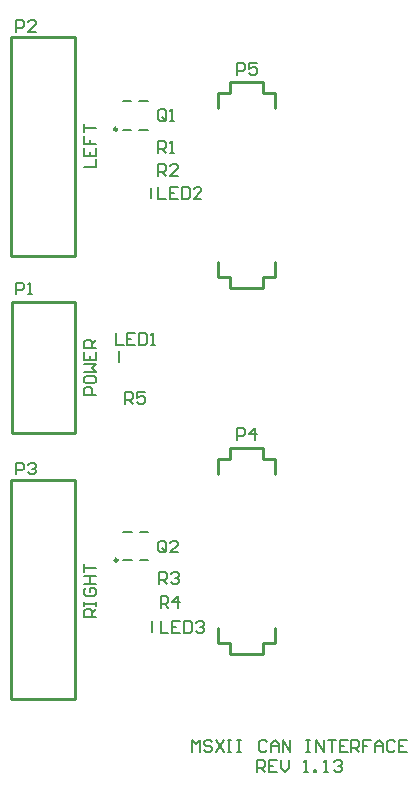
<source format=gto>
G04 Layer_Color=65535*
%FSLAX25Y25*%
%MOIN*%
G70*
G01*
G75*
%ADD18C,0.01000*%
%ADD24C,0.00984*%
%ADD25C,0.00591*%
%ADD26C,0.00787*%
D18*
X75197Y112992D02*
X86220D01*
Y109449D02*
X90157D01*
X75197D02*
Y112992D01*
X71260Y109449D02*
X75197D01*
X86220D02*
Y112992D01*
X75197Y44488D02*
Y48032D01*
X86220D02*
X90157D01*
X86220Y44488D02*
Y48032D01*
X71260D02*
X75197D01*
Y44488D02*
X86220D01*
X71260Y104331D02*
Y109449D01*
X90157Y104331D02*
Y109449D01*
X71260Y48032D02*
Y53150D01*
X90157Y48032D02*
Y53150D01*
X75197Y235039D02*
X86220D01*
Y231496D02*
X90157D01*
X75197D02*
Y235039D01*
X71260Y231496D02*
X75197D01*
X86220D02*
Y235039D01*
X75197Y166535D02*
Y170079D01*
X86220D02*
X90157D01*
X86220Y166535D02*
Y170079D01*
X71260D02*
X75197D01*
Y166535D02*
X86220D01*
X71260Y226378D02*
Y231496D01*
X90157Y226378D02*
Y231496D01*
X71260Y170079D02*
Y175197D01*
X90157Y170079D02*
Y175197D01*
X2264Y80216D02*
Y102362D01*
Y29528D02*
Y51772D01*
X23346Y29528D02*
Y102362D01*
X2264Y51772D02*
Y80216D01*
Y29528D02*
X23346D01*
X2264Y102362D02*
X23346D01*
X2264Y250000D02*
X23346D01*
X2264Y177165D02*
X23346D01*
X2264Y199409D02*
Y227854D01*
X23346Y177165D02*
Y250000D01*
X2264Y177165D02*
Y199409D01*
Y227854D02*
Y250000D01*
X2480Y118131D02*
Y150591D01*
X23346Y118131D02*
Y161732D01*
X2480Y118131D02*
X23346D01*
X2480Y161732D02*
X23346D01*
X2480Y146653D02*
Y161732D01*
D24*
X37634Y75772D02*
G03*
X37634Y75772I-492J0D01*
G01*
X37476Y219374D02*
G03*
X37476Y219374I-492J0D01*
G01*
D25*
X49173Y51849D02*
Y55433D01*
X38255Y141772D02*
Y145356D01*
X48779Y196337D02*
Y199921D01*
D26*
X39567Y75689D02*
X42323D01*
X45079D02*
X47835D01*
X45079Y85138D02*
X47835D01*
X39567D02*
X42323D01*
X39409Y219291D02*
X42165D01*
X44921D02*
X47677D01*
X44921Y228740D02*
X47677D01*
X39409D02*
X42165D01*
X62479Y11772D02*
Y15707D01*
X63791Y14395D01*
X65102Y15707D01*
Y11772D01*
X69038Y15051D02*
X68382Y15707D01*
X67070D01*
X66414Y15051D01*
Y14395D01*
X67070Y13739D01*
X68382D01*
X69038Y13083D01*
Y12427D01*
X68382Y11772D01*
X67070D01*
X66414Y12427D01*
X70350Y15707D02*
X72974Y11772D01*
Y15707D02*
X70350Y11772D01*
X74286Y15707D02*
X75598D01*
X74942D01*
Y11772D01*
X74286D01*
X75598D01*
X77566Y15707D02*
X78878D01*
X78222D01*
Y11772D01*
X77566D01*
X78878D01*
X87405Y15051D02*
X86749Y15707D01*
X85437D01*
X84781Y15051D01*
Y12427D01*
X85437Y11772D01*
X86749D01*
X87405Y12427D01*
X88717Y11772D02*
Y14395D01*
X90029Y15707D01*
X91341Y14395D01*
Y11772D01*
Y13739D01*
X88717D01*
X92653Y11772D02*
Y15707D01*
X95276Y11772D01*
Y15707D01*
X100524D02*
X101836D01*
X101180D01*
Y11772D01*
X100524D01*
X101836D01*
X103804D02*
Y15707D01*
X106428Y11772D01*
Y15707D01*
X107740D02*
X110363D01*
X109052D01*
Y11772D01*
X114299Y15707D02*
X111676D01*
Y11772D01*
X114299D01*
X111676Y13739D02*
X112987D01*
X115611Y11772D02*
Y15707D01*
X117579D01*
X118235Y15051D01*
Y13739D01*
X117579Y13083D01*
X115611D01*
X116923D02*
X118235Y11772D01*
X122171Y15707D02*
X119547D01*
Y13739D01*
X120859D01*
X119547D01*
Y11772D01*
X123483D02*
Y14395D01*
X124795Y15707D01*
X126107Y14395D01*
Y11772D01*
Y13739D01*
X123483D01*
X130042Y15051D02*
X129386Y15707D01*
X128074D01*
X127418Y15051D01*
Y12427D01*
X128074Y11772D01*
X129386D01*
X130042Y12427D01*
X133978Y15707D02*
X131354D01*
Y11772D01*
X133978D01*
X131354Y13739D02*
X132666D01*
X84125Y5159D02*
Y9095D01*
X86093D01*
X86749Y8439D01*
Y7127D01*
X86093Y6471D01*
X84125D01*
X85437D02*
X86749Y5159D01*
X90685Y9095D02*
X88061D01*
Y5159D01*
X90685D01*
X88061Y7127D02*
X89373D01*
X91997Y9095D02*
Y6471D01*
X93309Y5159D01*
X94621Y6471D01*
Y9095D01*
X99868Y5159D02*
X101180D01*
X100524D01*
Y9095D01*
X99868Y8439D01*
X103148Y5159D02*
Y5815D01*
X103804D01*
Y5159D01*
X103148D01*
X106428D02*
X107740D01*
X107084D01*
Y9095D01*
X106428Y8439D01*
X109708D02*
X110363Y9095D01*
X111676D01*
X112331Y8439D01*
Y7783D01*
X111676Y7127D01*
X111020D01*
X111676D01*
X112331Y6471D01*
Y5815D01*
X111676Y5159D01*
X110363D01*
X109708Y5815D01*
X30315Y130709D02*
X26379D01*
Y132676D01*
X27035Y133333D01*
X28347D01*
X29003Y132676D01*
Y130709D01*
X26379Y136612D02*
Y135300D01*
X27035Y134644D01*
X29659D01*
X30315Y135300D01*
Y136612D01*
X29659Y137268D01*
X27035D01*
X26379Y136612D01*
Y138580D02*
X30315D01*
X29003Y139892D01*
X30315Y141204D01*
X26379D01*
Y145140D02*
Y142516D01*
X30315D01*
Y145140D01*
X28347Y142516D02*
Y143828D01*
X30315Y146452D02*
X26379D01*
Y148419D01*
X27035Y149075D01*
X28347D01*
X29003Y148419D01*
Y146452D01*
Y147764D02*
X30315Y149075D01*
X30315Y56693D02*
X26379D01*
Y58661D01*
X27035Y59317D01*
X28347D01*
X29003Y58661D01*
Y56693D01*
Y58005D02*
X30315Y59317D01*
X26379Y60629D02*
Y61941D01*
Y61285D01*
X30315D01*
Y60629D01*
Y61941D01*
X27035Y66532D02*
X26379Y65876D01*
Y64564D01*
X27035Y63908D01*
X29659D01*
X30315Y64564D01*
Y65876D01*
X29659Y66532D01*
X28347D01*
Y65220D01*
X26379Y67844D02*
X30315D01*
X28347D01*
Y70468D01*
X26379D01*
X30315D01*
X26379Y71780D02*
Y74404D01*
Y73092D01*
X30315D01*
X26379Y206693D02*
X30315D01*
Y209317D01*
X26379Y213252D02*
Y210629D01*
X30315D01*
Y213252D01*
X28347Y210629D02*
Y211941D01*
X26379Y217188D02*
Y214564D01*
X28347D01*
Y215876D01*
Y214564D01*
X30315D01*
X26379Y218500D02*
Y221124D01*
Y219812D01*
X30315D01*
X51968Y59842D02*
Y63778D01*
X53936D01*
X54592Y63122D01*
Y61810D01*
X53936Y61154D01*
X51968D01*
X53280D02*
X54592Y59842D01*
X57872D02*
Y63778D01*
X55904Y61810D01*
X58528D01*
X51181Y203937D02*
Y207873D01*
X53149D01*
X53805Y207217D01*
Y205905D01*
X53149Y205249D01*
X51181D01*
X52493D02*
X53805Y203937D01*
X57741D02*
X55117D01*
X57741Y206561D01*
Y207217D01*
X57085Y207873D01*
X55773D01*
X55117Y207217D01*
X51968Y55511D02*
Y51575D01*
X54592D01*
X58528Y55511D02*
X55904D01*
Y51575D01*
X58528D01*
X55904Y53543D02*
X57216D01*
X59840Y55511D02*
Y51575D01*
X61808D01*
X62464Y52231D01*
Y54855D01*
X61808Y55511D01*
X59840D01*
X63776Y54855D02*
X64432Y55511D01*
X65744D01*
X66400Y54855D01*
Y54199D01*
X65744Y53543D01*
X65088D01*
X65744D01*
X66400Y52887D01*
Y52231D01*
X65744Y51575D01*
X64432D01*
X63776Y52231D01*
X51181Y199999D02*
Y196063D01*
X53805D01*
X57741Y199999D02*
X55117D01*
Y196063D01*
X57741D01*
X55117Y198031D02*
X56429D01*
X59053Y199999D02*
Y196063D01*
X61020D01*
X61676Y196719D01*
Y199343D01*
X61020Y199999D01*
X59053D01*
X65612Y196063D02*
X62988D01*
X65612Y198687D01*
Y199343D01*
X64956Y199999D01*
X63644D01*
X62988Y199343D01*
X77559Y115748D02*
Y119684D01*
X79527D01*
X80183Y119028D01*
Y117716D01*
X79527Y117060D01*
X77559D01*
X83463Y115748D02*
Y119684D01*
X81495Y117716D01*
X84119D01*
X40157Y127953D02*
Y131888D01*
X42125D01*
X42781Y131233D01*
Y129921D01*
X42125Y129265D01*
X40157D01*
X41469D02*
X42781Y127953D01*
X46717Y131888D02*
X44093D01*
Y129921D01*
X45405Y130577D01*
X46061D01*
X46717Y129921D01*
Y128609D01*
X46061Y127953D01*
X44749D01*
X44093Y128609D01*
X51575Y67913D02*
Y71849D01*
X53543D01*
X54199Y71193D01*
Y69881D01*
X53543Y69225D01*
X51575D01*
X52887D02*
X54199Y67913D01*
X55511Y71193D02*
X56166Y71849D01*
X57478D01*
X58134Y71193D01*
Y70537D01*
X57478Y69881D01*
X56823D01*
X57478D01*
X58134Y69225D01*
Y68569D01*
X57478Y67913D01*
X56166D01*
X55511Y68569D01*
X51181Y211614D02*
Y215550D01*
X53149D01*
X53805Y214894D01*
Y213582D01*
X53149Y212926D01*
X51181D01*
X52493D02*
X53805Y211614D01*
X55117D02*
X56429D01*
X55773D01*
Y215550D01*
X55117Y214894D01*
X37008Y151574D02*
Y147638D01*
X39632D01*
X43567Y151574D02*
X40944D01*
Y147638D01*
X43567D01*
X40944Y149606D02*
X42255D01*
X44879Y151574D02*
Y147638D01*
X46847D01*
X47503Y148294D01*
Y150918D01*
X46847Y151574D01*
X44879D01*
X48815Y147638D02*
X50127D01*
X49471D01*
Y151574D01*
X48815Y150918D01*
X53805Y79002D02*
Y81626D01*
X53149Y82282D01*
X51837D01*
X51181Y81626D01*
Y79002D01*
X51837Y78347D01*
X53149D01*
X52493Y79658D02*
X53805Y78347D01*
X53149D02*
X53805Y79002D01*
X57741Y78347D02*
X55117D01*
X57741Y80970D01*
Y81626D01*
X57085Y82282D01*
X55773D01*
X55117Y81626D01*
X77559Y237402D02*
Y241337D01*
X79527D01*
X80183Y240681D01*
Y239369D01*
X79527Y238714D01*
X77559D01*
X84119Y241337D02*
X81495D01*
Y239369D01*
X82807Y240025D01*
X83463D01*
X84119Y239369D01*
Y238057D01*
X83463Y237402D01*
X82151D01*
X81495Y238057D01*
X3937Y104331D02*
Y108266D01*
X5905D01*
X6561Y107610D01*
Y106299D01*
X5905Y105643D01*
X3937D01*
X7873Y107610D02*
X8529Y108266D01*
X9841D01*
X10497Y107610D01*
Y106955D01*
X9841Y106299D01*
X9185D01*
X9841D01*
X10497Y105643D01*
Y104987D01*
X9841Y104331D01*
X8529D01*
X7873Y104987D01*
X3937Y251969D02*
Y255904D01*
X5905D01*
X6561Y255248D01*
Y253936D01*
X5905Y253280D01*
X3937D01*
X10497Y251969D02*
X7873D01*
X10497Y254592D01*
Y255248D01*
X9841Y255904D01*
X8529D01*
X7873Y255248D01*
X3937Y164370D02*
Y168306D01*
X5905D01*
X6561Y167650D01*
Y166338D01*
X5905Y165682D01*
X3937D01*
X7873Y164370D02*
X9185D01*
X8529D01*
Y168306D01*
X7873Y167650D01*
X53805Y222703D02*
Y225327D01*
X53149Y225983D01*
X51837D01*
X51181Y225327D01*
Y222703D01*
X51837Y222047D01*
X53149D01*
X52493Y223359D02*
X53805Y222047D01*
X53149D02*
X53805Y222703D01*
X55117Y222047D02*
X56429D01*
X55773D01*
Y225983D01*
X55117Y225327D01*
M02*

</source>
